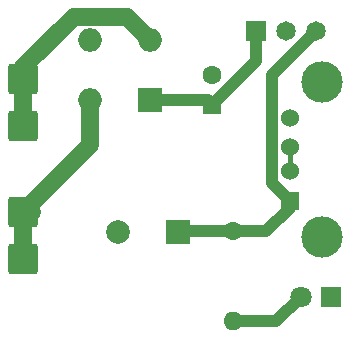
<source format=gbr>
%TF.GenerationSoftware,KiCad,Pcbnew,8.0.1*%
%TF.CreationDate,2025-01-11T03:08:54+01:00*%
%TF.ProjectId,Verteilerplatine,56657274-6569-46c6-9572-706c6174696e,rev?*%
%TF.SameCoordinates,Original*%
%TF.FileFunction,Copper,L1,Top*%
%TF.FilePolarity,Positive*%
%FSLAX46Y46*%
G04 Gerber Fmt 4.6, Leading zero omitted, Abs format (unit mm)*
G04 Created by KiCad (PCBNEW 8.0.1) date 2025-01-11 03:08:54*
%MOMM*%
%LPD*%
G01*
G04 APERTURE LIST*
G04 Aperture macros list*
%AMRoundRect*
0 Rectangle with rounded corners*
0 $1 Rounding radius*
0 $2 $3 $4 $5 $6 $7 $8 $9 X,Y pos of 4 corners*
0 Add a 4 corners polygon primitive as box body*
4,1,4,$2,$3,$4,$5,$6,$7,$8,$9,$2,$3,0*
0 Add four circle primitives for the rounded corners*
1,1,$1+$1,$2,$3*
1,1,$1+$1,$4,$5*
1,1,$1+$1,$6,$7*
1,1,$1+$1,$8,$9*
0 Add four rect primitives between the rounded corners*
20,1,$1+$1,$2,$3,$4,$5,0*
20,1,$1+$1,$4,$5,$6,$7,0*
20,1,$1+$1,$6,$7,$8,$9,0*
20,1,$1+$1,$8,$9,$2,$3,0*%
G04 Aperture macros list end*
%TA.AperFunction,ComponentPad*%
%ADD10R,1.651000X1.651000*%
%TD*%
%TA.AperFunction,ComponentPad*%
%ADD11C,1.651000*%
%TD*%
%TA.AperFunction,ComponentPad*%
%ADD12RoundRect,0.249999X-1.025001X-1.025001X1.025001X-1.025001X1.025001X1.025001X-1.025001X1.025001X0*%
%TD*%
%TA.AperFunction,ComponentPad*%
%ADD13R,2.000000X2.000000*%
%TD*%
%TA.AperFunction,ComponentPad*%
%ADD14C,2.000000*%
%TD*%
%TA.AperFunction,ComponentPad*%
%ADD15R,1.524000X1.524000*%
%TD*%
%TA.AperFunction,ComponentPad*%
%ADD16C,1.524000*%
%TD*%
%TA.AperFunction,ComponentPad*%
%ADD17C,3.500000*%
%TD*%
%TA.AperFunction,ComponentPad*%
%ADD18R,1.800000X1.800000*%
%TD*%
%TA.AperFunction,ComponentPad*%
%ADD19C,1.800000*%
%TD*%
%TA.AperFunction,ComponentPad*%
%ADD20R,1.600000X1.600000*%
%TD*%
%TA.AperFunction,ComponentPad*%
%ADD21C,1.600000*%
%TD*%
%TA.AperFunction,ComponentPad*%
%ADD22O,2.000000X2.000000*%
%TD*%
%TA.AperFunction,ComponentPad*%
%ADD23O,1.600000X1.600000*%
%TD*%
%TA.AperFunction,Conductor*%
%ADD24C,1.000000*%
%TD*%
%TA.AperFunction,Conductor*%
%ADD25C,0.400000*%
%TD*%
%TA.AperFunction,Conductor*%
%ADD26C,1.500000*%
%TD*%
G04 APERTURE END LIST*
D10*
%TO.P,L7805,1,INPUT*%
%TO.N,U_eff*%
X148920000Y-86500000D03*
D11*
%TO.P,L7805,2,GROUND*%
%TO.N,GND*%
X151460000Y-86500000D03*
%TO.P,L7805,3,OUTPUT*%
%TO.N,5V*%
X154000000Y-86500000D03*
%TD*%
D12*
%TO.P,H7,1,1*%
%TO.N,U_dp*%
X129250000Y-105750000D03*
%TD*%
D13*
%TO.P,Cout1,1*%
%TO.N,5V*%
X142300000Y-103475000D03*
D14*
%TO.P,Cout1,2*%
%TO.N,GND*%
X137300000Y-103475000D03*
%TD*%
D15*
%TO.P,J1,1,VBUS*%
%TO.N,5V*%
X151790000Y-100820000D03*
D16*
%TO.P,J1,2,D-*%
%TO.N,Net-(J1-D+)*%
X151790000Y-98320000D03*
%TO.P,J1,3,D+*%
X151790000Y-96320000D03*
%TO.P,J1,4,GND*%
%TO.N,GND*%
X151790000Y-93820000D03*
D17*
%TO.P,J1,5,SSRX-*%
%TO.N,unconnected-(J1-SSRX--Pad5)_0*%
X154500000Y-103890000D03*
%TO.N,unconnected-(J1-SSRX--Pad5)*%
X154500000Y-90750000D03*
%TD*%
D12*
%TO.P,H8,1,1*%
%TO.N,U_dm*%
X129250000Y-94500000D03*
%TD*%
D18*
%TO.P,D1,1,K*%
%TO.N,GND*%
X155275000Y-109000000D03*
D19*
%TO.P,D1,2,A*%
%TO.N,Net-(D1-A)*%
X152735000Y-109000000D03*
%TD*%
D20*
%TO.P,Cout3,1*%
%TO.N,U_eff*%
X145250000Y-92705113D03*
D21*
%TO.P,Cout3,2*%
%TO.N,GND*%
X145250000Y-90205113D03*
%TD*%
D13*
%TO.P,TC-B40R,1,+*%
%TO.N,U_eff*%
X140000000Y-92330000D03*
D22*
%TO.P,TC-B40R,2*%
%TO.N,U_dm*%
X140000000Y-87250000D03*
%TO.P,TC-B40R,3,-*%
%TO.N,GND*%
X134920000Y-87250000D03*
%TO.P,TC-B40R,4*%
%TO.N,U_dp*%
X134920000Y-92330000D03*
%TD*%
D12*
%TO.P,H6,1,1*%
%TO.N,U_dm*%
X129250000Y-90500000D03*
%TD*%
%TO.P,H5,1,1*%
%TO.N,U_dp*%
X129250000Y-101750000D03*
%TD*%
D21*
%TO.P,R1,1*%
%TO.N,5V*%
X147000000Y-103440000D03*
D23*
%TO.P,R1,2*%
%TO.N,Net-(D1-A)*%
X147000000Y-111060000D03*
%TD*%
D24*
%TO.N,5V*%
X147000000Y-103440000D02*
X142335000Y-103440000D01*
X142335000Y-103440000D02*
X142300000Y-103475000D01*
%TO.N,U_eff*%
X148920000Y-89035113D02*
X148920000Y-86500000D01*
X140000000Y-92330000D02*
X144874887Y-92330000D01*
X144874887Y-92330000D02*
X145250000Y-92705113D01*
X145250000Y-92705113D02*
X148920000Y-89035113D01*
%TO.N,5V*%
X151790000Y-101460000D02*
X149810000Y-103440000D01*
X150328000Y-99358000D02*
X151790000Y-100820000D01*
X150328000Y-90172000D02*
X150328000Y-99358000D01*
X151790000Y-100820000D02*
X151790000Y-101460000D01*
X154000000Y-86500000D02*
X150328000Y-90172000D01*
X149810000Y-103440000D02*
X147000000Y-103440000D01*
D25*
%TO.N,Net-(J1-D+)*%
X151790000Y-96320000D02*
X151790000Y-98320000D01*
D26*
%TO.N,U_dp*%
X134920000Y-96080000D02*
X134920000Y-92330000D01*
X129250000Y-101750000D02*
X129990000Y-101750000D01*
X129250000Y-101750000D02*
X134920000Y-96080000D01*
X129250000Y-105750000D02*
X129250000Y-101750000D01*
%TO.N,U_dm*%
X129250000Y-90500000D02*
X129250000Y-94500000D01*
X129250000Y-90500000D02*
X129250000Y-89500000D01*
X138000000Y-85250000D02*
X140000000Y-87250000D01*
X129250000Y-89500000D02*
X133500000Y-85250000D01*
X133500000Y-85250000D02*
X138000000Y-85250000D01*
D24*
%TO.N,Net-(D1-A)*%
X150675000Y-111060000D02*
X152735000Y-109000000D01*
X147000000Y-111060000D02*
X150675000Y-111060000D01*
%TD*%
M02*

</source>
